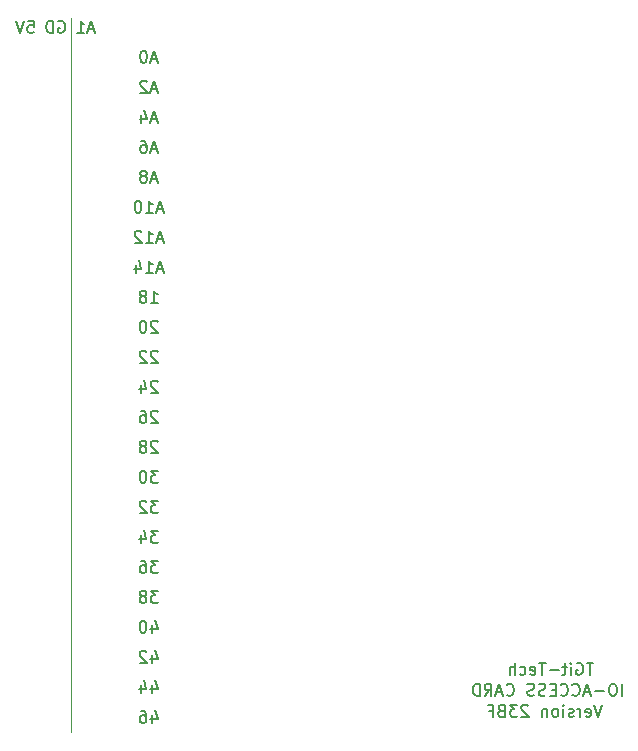
<source format=gbr>
%TF.GenerationSoftware,KiCad,Pcbnew,(5.1.7)-1*%
%TF.CreationDate,2023-11-14T09:03:03-07:00*%
%TF.ProjectId,SIOST,53494f53-542e-46b6-9963-61645f706362,rev?*%
%TF.SameCoordinates,PX6a95280PY5a1c5c0*%
%TF.FileFunction,Legend,Bot*%
%TF.FilePolarity,Positive*%
%FSLAX46Y46*%
G04 Gerber Fmt 4.6, Leading zero omitted, Abs format (unit mm)*
G04 Created by KiCad (PCBNEW (5.1.7)-1) date 2023-11-14 09:03:03*
%MOMM*%
%LPD*%
G01*
G04 APERTURE LIST*
%ADD10C,0.150000*%
%ADD11C,0.120000*%
G04 APERTURE END LIST*
D10*
X51362952Y3341620D02*
X51029619Y2341620D01*
X50696285Y3341620D01*
X49982000Y2389239D02*
X50077238Y2341620D01*
X50267714Y2341620D01*
X50362952Y2389239D01*
X50410571Y2484477D01*
X50410571Y2865429D01*
X50362952Y2960667D01*
X50267714Y3008286D01*
X50077238Y3008286D01*
X49982000Y2960667D01*
X49934380Y2865429D01*
X49934380Y2770191D01*
X50410571Y2674953D01*
X49505809Y2341620D02*
X49505809Y3008286D01*
X49505809Y2817810D02*
X49458190Y2913048D01*
X49410571Y2960667D01*
X49315333Y3008286D01*
X49220095Y3008286D01*
X48934380Y2389239D02*
X48839142Y2341620D01*
X48648666Y2341620D01*
X48553428Y2389239D01*
X48505809Y2484477D01*
X48505809Y2532096D01*
X48553428Y2627334D01*
X48648666Y2674953D01*
X48791523Y2674953D01*
X48886761Y2722572D01*
X48934380Y2817810D01*
X48934380Y2865429D01*
X48886761Y2960667D01*
X48791523Y3008286D01*
X48648666Y3008286D01*
X48553428Y2960667D01*
X48077238Y2341620D02*
X48077238Y3008286D01*
X48077238Y3341620D02*
X48124857Y3294000D01*
X48077238Y3246381D01*
X48029619Y3294000D01*
X48077238Y3341620D01*
X48077238Y3246381D01*
X47458190Y2341620D02*
X47553428Y2389239D01*
X47601047Y2436858D01*
X47648666Y2532096D01*
X47648666Y2817810D01*
X47601047Y2913048D01*
X47553428Y2960667D01*
X47458190Y3008286D01*
X47315333Y3008286D01*
X47220095Y2960667D01*
X47172476Y2913048D01*
X47124857Y2817810D01*
X47124857Y2532096D01*
X47172476Y2436858D01*
X47220095Y2389239D01*
X47315333Y2341620D01*
X47458190Y2341620D01*
X46696285Y3008286D02*
X46696285Y2341620D01*
X46696285Y2913048D02*
X46648666Y2960667D01*
X46553428Y3008286D01*
X46410571Y3008286D01*
X46315333Y2960667D01*
X46267714Y2865429D01*
X46267714Y2341620D01*
X45077238Y3246381D02*
X45029619Y3294000D01*
X44934380Y3341620D01*
X44696285Y3341620D01*
X44601047Y3294000D01*
X44553428Y3246381D01*
X44505809Y3151143D01*
X44505809Y3055905D01*
X44553428Y2913048D01*
X45124857Y2341620D01*
X44505809Y2341620D01*
X44172476Y3341620D02*
X43553428Y3341620D01*
X43886761Y2960667D01*
X43743904Y2960667D01*
X43648666Y2913048D01*
X43601047Y2865429D01*
X43553428Y2770191D01*
X43553428Y2532096D01*
X43601047Y2436858D01*
X43648666Y2389239D01*
X43743904Y2341620D01*
X44029619Y2341620D01*
X44124857Y2389239D01*
X44172476Y2436858D01*
X42791523Y2865429D02*
X42648666Y2817810D01*
X42601047Y2770191D01*
X42553428Y2674953D01*
X42553428Y2532096D01*
X42601047Y2436858D01*
X42648666Y2389239D01*
X42743904Y2341620D01*
X43124857Y2341620D01*
X43124857Y3341620D01*
X42791523Y3341620D01*
X42696285Y3294000D01*
X42648666Y3246381D01*
X42601047Y3151143D01*
X42601047Y3055905D01*
X42648666Y2960667D01*
X42696285Y2913048D01*
X42791523Y2865429D01*
X43124857Y2865429D01*
X41791523Y2865429D02*
X42124857Y2865429D01*
X42124857Y2341620D02*
X42124857Y3341620D01*
X41648666Y3341620D01*
X50609047Y6897620D02*
X50037619Y6897620D01*
X50323333Y5897620D02*
X50323333Y6897620D01*
X49180476Y6850000D02*
X49275714Y6897620D01*
X49418571Y6897620D01*
X49561428Y6850000D01*
X49656666Y6754762D01*
X49704285Y6659524D01*
X49751904Y6469048D01*
X49751904Y6326191D01*
X49704285Y6135715D01*
X49656666Y6040477D01*
X49561428Y5945239D01*
X49418571Y5897620D01*
X49323333Y5897620D01*
X49180476Y5945239D01*
X49132857Y5992858D01*
X49132857Y6326191D01*
X49323333Y6326191D01*
X48704285Y5897620D02*
X48704285Y6564286D01*
X48704285Y6897620D02*
X48751904Y6850000D01*
X48704285Y6802381D01*
X48656666Y6850000D01*
X48704285Y6897620D01*
X48704285Y6802381D01*
X48370952Y6564286D02*
X47990000Y6564286D01*
X48228095Y6897620D02*
X48228095Y6040477D01*
X48180476Y5945239D01*
X48085238Y5897620D01*
X47990000Y5897620D01*
X47656666Y6278572D02*
X46894761Y6278572D01*
X46561428Y6897620D02*
X45990000Y6897620D01*
X46275714Y5897620D02*
X46275714Y6897620D01*
X45275714Y5945239D02*
X45370952Y5897620D01*
X45561428Y5897620D01*
X45656666Y5945239D01*
X45704285Y6040477D01*
X45704285Y6421429D01*
X45656666Y6516667D01*
X45561428Y6564286D01*
X45370952Y6564286D01*
X45275714Y6516667D01*
X45228095Y6421429D01*
X45228095Y6326191D01*
X45704285Y6230953D01*
X44370952Y5945239D02*
X44466190Y5897620D01*
X44656666Y5897620D01*
X44751904Y5945239D01*
X44799523Y5992858D01*
X44847142Y6088096D01*
X44847142Y6373810D01*
X44799523Y6469048D01*
X44751904Y6516667D01*
X44656666Y6564286D01*
X44466190Y6564286D01*
X44370952Y6516667D01*
X43942380Y5897620D02*
X43942380Y6897620D01*
X43513809Y5897620D02*
X43513809Y6421429D01*
X43561428Y6516667D01*
X43656666Y6564286D01*
X43799523Y6564286D01*
X43894761Y6516667D01*
X43942380Y6469048D01*
X53021714Y4119620D02*
X53021714Y5119620D01*
X52355047Y5119620D02*
X52164571Y5119620D01*
X52069333Y5072000D01*
X51974095Y4976762D01*
X51926476Y4786286D01*
X51926476Y4452953D01*
X51974095Y4262477D01*
X52069333Y4167239D01*
X52164571Y4119620D01*
X52355047Y4119620D01*
X52450285Y4167239D01*
X52545523Y4262477D01*
X52593142Y4452953D01*
X52593142Y4786286D01*
X52545523Y4976762D01*
X52450285Y5072000D01*
X52355047Y5119620D01*
X51497904Y4500572D02*
X50736000Y4500572D01*
X50307428Y4405334D02*
X49831238Y4405334D01*
X50402666Y4119620D02*
X50069333Y5119620D01*
X49736000Y4119620D01*
X48831238Y4214858D02*
X48878857Y4167239D01*
X49021714Y4119620D01*
X49116952Y4119620D01*
X49259809Y4167239D01*
X49355047Y4262477D01*
X49402666Y4357715D01*
X49450285Y4548191D01*
X49450285Y4691048D01*
X49402666Y4881524D01*
X49355047Y4976762D01*
X49259809Y5072000D01*
X49116952Y5119620D01*
X49021714Y5119620D01*
X48878857Y5072000D01*
X48831238Y5024381D01*
X47831238Y4214858D02*
X47878857Y4167239D01*
X48021714Y4119620D01*
X48116952Y4119620D01*
X48259809Y4167239D01*
X48355047Y4262477D01*
X48402666Y4357715D01*
X48450285Y4548191D01*
X48450285Y4691048D01*
X48402666Y4881524D01*
X48355047Y4976762D01*
X48259809Y5072000D01*
X48116952Y5119620D01*
X48021714Y5119620D01*
X47878857Y5072000D01*
X47831238Y5024381D01*
X47402666Y4643429D02*
X47069333Y4643429D01*
X46926476Y4119620D02*
X47402666Y4119620D01*
X47402666Y5119620D01*
X46926476Y5119620D01*
X46545523Y4167239D02*
X46402666Y4119620D01*
X46164571Y4119620D01*
X46069333Y4167239D01*
X46021714Y4214858D01*
X45974095Y4310096D01*
X45974095Y4405334D01*
X46021714Y4500572D01*
X46069333Y4548191D01*
X46164571Y4595810D01*
X46355047Y4643429D01*
X46450285Y4691048D01*
X46497904Y4738667D01*
X46545523Y4833905D01*
X46545523Y4929143D01*
X46497904Y5024381D01*
X46450285Y5072000D01*
X46355047Y5119620D01*
X46116952Y5119620D01*
X45974095Y5072000D01*
X45593142Y4167239D02*
X45450285Y4119620D01*
X45212190Y4119620D01*
X45116952Y4167239D01*
X45069333Y4214858D01*
X45021714Y4310096D01*
X45021714Y4405334D01*
X45069333Y4500572D01*
X45116952Y4548191D01*
X45212190Y4595810D01*
X45402666Y4643429D01*
X45497904Y4691048D01*
X45545523Y4738667D01*
X45593142Y4833905D01*
X45593142Y4929143D01*
X45545523Y5024381D01*
X45497904Y5072000D01*
X45402666Y5119620D01*
X45164571Y5119620D01*
X45021714Y5072000D01*
X43259809Y4214858D02*
X43307428Y4167239D01*
X43450285Y4119620D01*
X43545523Y4119620D01*
X43688380Y4167239D01*
X43783619Y4262477D01*
X43831238Y4357715D01*
X43878857Y4548191D01*
X43878857Y4691048D01*
X43831238Y4881524D01*
X43783619Y4976762D01*
X43688380Y5072000D01*
X43545523Y5119620D01*
X43450285Y5119620D01*
X43307428Y5072000D01*
X43259809Y5024381D01*
X42878857Y4405334D02*
X42402666Y4405334D01*
X42974095Y4119620D02*
X42640761Y5119620D01*
X42307428Y4119620D01*
X41402666Y4119620D02*
X41736000Y4595810D01*
X41974095Y4119620D02*
X41974095Y5119620D01*
X41593142Y5119620D01*
X41497904Y5072000D01*
X41450285Y5024381D01*
X41402666Y4929143D01*
X41402666Y4786286D01*
X41450285Y4691048D01*
X41497904Y4643429D01*
X41593142Y4595810D01*
X41974095Y4595810D01*
X40974095Y4119620D02*
X40974095Y5119620D01*
X40736000Y5119620D01*
X40593142Y5072000D01*
X40497904Y4976762D01*
X40450285Y4881524D01*
X40402666Y4691048D01*
X40402666Y4548191D01*
X40450285Y4357715D01*
X40497904Y4262477D01*
X40593142Y4167239D01*
X40736000Y4119620D01*
X40974095Y4119620D01*
D11*
X6350000Y61468000D02*
X6350000Y1016000D01*
D10*
X13239714Y2500286D02*
X13239714Y1833620D01*
X13477809Y2881239D02*
X13715904Y2166953D01*
X13096857Y2166953D01*
X12287333Y2833620D02*
X12477809Y2833620D01*
X12573047Y2786000D01*
X12620666Y2738381D01*
X12715904Y2595524D01*
X12763523Y2405048D01*
X12763523Y2024096D01*
X12715904Y1928858D01*
X12668285Y1881239D01*
X12573047Y1833620D01*
X12382571Y1833620D01*
X12287333Y1881239D01*
X12239714Y1928858D01*
X12192095Y2024096D01*
X12192095Y2262191D01*
X12239714Y2357429D01*
X12287333Y2405048D01*
X12382571Y2452667D01*
X12573047Y2452667D01*
X12668285Y2405048D01*
X12715904Y2357429D01*
X12763523Y2262191D01*
X13239714Y5040286D02*
X13239714Y4373620D01*
X13477809Y5421239D02*
X13715904Y4706953D01*
X13096857Y4706953D01*
X12287333Y5040286D02*
X12287333Y4373620D01*
X12525428Y5421239D02*
X12763523Y4706953D01*
X12144476Y4706953D01*
X13239714Y7580286D02*
X13239714Y6913620D01*
X13477809Y7961239D02*
X13715904Y7246953D01*
X13096857Y7246953D01*
X12763523Y7818381D02*
X12715904Y7866000D01*
X12620666Y7913620D01*
X12382571Y7913620D01*
X12287333Y7866000D01*
X12239714Y7818381D01*
X12192095Y7723143D01*
X12192095Y7627905D01*
X12239714Y7485048D01*
X12811142Y6913620D01*
X12192095Y6913620D01*
X13239714Y10120286D02*
X13239714Y9453620D01*
X13477809Y10501239D02*
X13715904Y9786953D01*
X13096857Y9786953D01*
X12525428Y10453620D02*
X12430190Y10453620D01*
X12334952Y10406000D01*
X12287333Y10358381D01*
X12239714Y10263143D01*
X12192095Y10072667D01*
X12192095Y9834572D01*
X12239714Y9644096D01*
X12287333Y9548858D01*
X12334952Y9501239D01*
X12430190Y9453620D01*
X12525428Y9453620D01*
X12620666Y9501239D01*
X12668285Y9548858D01*
X12715904Y9644096D01*
X12763523Y9834572D01*
X12763523Y10072667D01*
X12715904Y10263143D01*
X12668285Y10358381D01*
X12620666Y10406000D01*
X12525428Y10453620D01*
X13763523Y12993620D02*
X13144476Y12993620D01*
X13477809Y12612667D01*
X13334952Y12612667D01*
X13239714Y12565048D01*
X13192095Y12517429D01*
X13144476Y12422191D01*
X13144476Y12184096D01*
X13192095Y12088858D01*
X13239714Y12041239D01*
X13334952Y11993620D01*
X13620666Y11993620D01*
X13715904Y12041239D01*
X13763523Y12088858D01*
X12573047Y12565048D02*
X12668285Y12612667D01*
X12715904Y12660286D01*
X12763523Y12755524D01*
X12763523Y12803143D01*
X12715904Y12898381D01*
X12668285Y12946000D01*
X12573047Y12993620D01*
X12382571Y12993620D01*
X12287333Y12946000D01*
X12239714Y12898381D01*
X12192095Y12803143D01*
X12192095Y12755524D01*
X12239714Y12660286D01*
X12287333Y12612667D01*
X12382571Y12565048D01*
X12573047Y12565048D01*
X12668285Y12517429D01*
X12715904Y12469810D01*
X12763523Y12374572D01*
X12763523Y12184096D01*
X12715904Y12088858D01*
X12668285Y12041239D01*
X12573047Y11993620D01*
X12382571Y11993620D01*
X12287333Y12041239D01*
X12239714Y12088858D01*
X12192095Y12184096D01*
X12192095Y12374572D01*
X12239714Y12469810D01*
X12287333Y12517429D01*
X12382571Y12565048D01*
X13763523Y15533620D02*
X13144476Y15533620D01*
X13477809Y15152667D01*
X13334952Y15152667D01*
X13239714Y15105048D01*
X13192095Y15057429D01*
X13144476Y14962191D01*
X13144476Y14724096D01*
X13192095Y14628858D01*
X13239714Y14581239D01*
X13334952Y14533620D01*
X13620666Y14533620D01*
X13715904Y14581239D01*
X13763523Y14628858D01*
X12287333Y15533620D02*
X12477809Y15533620D01*
X12573047Y15486000D01*
X12620666Y15438381D01*
X12715904Y15295524D01*
X12763523Y15105048D01*
X12763523Y14724096D01*
X12715904Y14628858D01*
X12668285Y14581239D01*
X12573047Y14533620D01*
X12382571Y14533620D01*
X12287333Y14581239D01*
X12239714Y14628858D01*
X12192095Y14724096D01*
X12192095Y14962191D01*
X12239714Y15057429D01*
X12287333Y15105048D01*
X12382571Y15152667D01*
X12573047Y15152667D01*
X12668285Y15105048D01*
X12715904Y15057429D01*
X12763523Y14962191D01*
X13763523Y18073620D02*
X13144476Y18073620D01*
X13477809Y17692667D01*
X13334952Y17692667D01*
X13239714Y17645048D01*
X13192095Y17597429D01*
X13144476Y17502191D01*
X13144476Y17264096D01*
X13192095Y17168858D01*
X13239714Y17121239D01*
X13334952Y17073620D01*
X13620666Y17073620D01*
X13715904Y17121239D01*
X13763523Y17168858D01*
X12287333Y17740286D02*
X12287333Y17073620D01*
X12525428Y18121239D02*
X12763523Y17406953D01*
X12144476Y17406953D01*
X13763523Y20613620D02*
X13144476Y20613620D01*
X13477809Y20232667D01*
X13334952Y20232667D01*
X13239714Y20185048D01*
X13192095Y20137429D01*
X13144476Y20042191D01*
X13144476Y19804096D01*
X13192095Y19708858D01*
X13239714Y19661239D01*
X13334952Y19613620D01*
X13620666Y19613620D01*
X13715904Y19661239D01*
X13763523Y19708858D01*
X12763523Y20518381D02*
X12715904Y20566000D01*
X12620666Y20613620D01*
X12382571Y20613620D01*
X12287333Y20566000D01*
X12239714Y20518381D01*
X12192095Y20423143D01*
X12192095Y20327905D01*
X12239714Y20185048D01*
X12811142Y19613620D01*
X12192095Y19613620D01*
X13763523Y23153620D02*
X13144476Y23153620D01*
X13477809Y22772667D01*
X13334952Y22772667D01*
X13239714Y22725048D01*
X13192095Y22677429D01*
X13144476Y22582191D01*
X13144476Y22344096D01*
X13192095Y22248858D01*
X13239714Y22201239D01*
X13334952Y22153620D01*
X13620666Y22153620D01*
X13715904Y22201239D01*
X13763523Y22248858D01*
X12525428Y23153620D02*
X12430190Y23153620D01*
X12334952Y23106000D01*
X12287333Y23058381D01*
X12239714Y22963143D01*
X12192095Y22772667D01*
X12192095Y22534572D01*
X12239714Y22344096D01*
X12287333Y22248858D01*
X12334952Y22201239D01*
X12430190Y22153620D01*
X12525428Y22153620D01*
X12620666Y22201239D01*
X12668285Y22248858D01*
X12715904Y22344096D01*
X12763523Y22534572D01*
X12763523Y22772667D01*
X12715904Y22963143D01*
X12668285Y23058381D01*
X12620666Y23106000D01*
X12525428Y23153620D01*
X13715904Y25598381D02*
X13668285Y25646000D01*
X13573047Y25693620D01*
X13334952Y25693620D01*
X13239714Y25646000D01*
X13192095Y25598381D01*
X13144476Y25503143D01*
X13144476Y25407905D01*
X13192095Y25265048D01*
X13763523Y24693620D01*
X13144476Y24693620D01*
X12573047Y25265048D02*
X12668285Y25312667D01*
X12715904Y25360286D01*
X12763523Y25455524D01*
X12763523Y25503143D01*
X12715904Y25598381D01*
X12668285Y25646000D01*
X12573047Y25693620D01*
X12382571Y25693620D01*
X12287333Y25646000D01*
X12239714Y25598381D01*
X12192095Y25503143D01*
X12192095Y25455524D01*
X12239714Y25360286D01*
X12287333Y25312667D01*
X12382571Y25265048D01*
X12573047Y25265048D01*
X12668285Y25217429D01*
X12715904Y25169810D01*
X12763523Y25074572D01*
X12763523Y24884096D01*
X12715904Y24788858D01*
X12668285Y24741239D01*
X12573047Y24693620D01*
X12382571Y24693620D01*
X12287333Y24741239D01*
X12239714Y24788858D01*
X12192095Y24884096D01*
X12192095Y25074572D01*
X12239714Y25169810D01*
X12287333Y25217429D01*
X12382571Y25265048D01*
X13715904Y28138381D02*
X13668285Y28186000D01*
X13573047Y28233620D01*
X13334952Y28233620D01*
X13239714Y28186000D01*
X13192095Y28138381D01*
X13144476Y28043143D01*
X13144476Y27947905D01*
X13192095Y27805048D01*
X13763523Y27233620D01*
X13144476Y27233620D01*
X12287333Y28233620D02*
X12477809Y28233620D01*
X12573047Y28186000D01*
X12620666Y28138381D01*
X12715904Y27995524D01*
X12763523Y27805048D01*
X12763523Y27424096D01*
X12715904Y27328858D01*
X12668285Y27281239D01*
X12573047Y27233620D01*
X12382571Y27233620D01*
X12287333Y27281239D01*
X12239714Y27328858D01*
X12192095Y27424096D01*
X12192095Y27662191D01*
X12239714Y27757429D01*
X12287333Y27805048D01*
X12382571Y27852667D01*
X12573047Y27852667D01*
X12668285Y27805048D01*
X12715904Y27757429D01*
X12763523Y27662191D01*
X13715904Y30678381D02*
X13668285Y30726000D01*
X13573047Y30773620D01*
X13334952Y30773620D01*
X13239714Y30726000D01*
X13192095Y30678381D01*
X13144476Y30583143D01*
X13144476Y30487905D01*
X13192095Y30345048D01*
X13763523Y29773620D01*
X13144476Y29773620D01*
X12287333Y30440286D02*
X12287333Y29773620D01*
X12525428Y30821239D02*
X12763523Y30106953D01*
X12144476Y30106953D01*
X13715904Y33218381D02*
X13668285Y33266000D01*
X13573047Y33313620D01*
X13334952Y33313620D01*
X13239714Y33266000D01*
X13192095Y33218381D01*
X13144476Y33123143D01*
X13144476Y33027905D01*
X13192095Y32885048D01*
X13763523Y32313620D01*
X13144476Y32313620D01*
X12763523Y33218381D02*
X12715904Y33266000D01*
X12620666Y33313620D01*
X12382571Y33313620D01*
X12287333Y33266000D01*
X12239714Y33218381D01*
X12192095Y33123143D01*
X12192095Y33027905D01*
X12239714Y32885048D01*
X12811142Y32313620D01*
X12192095Y32313620D01*
X13715904Y35758381D02*
X13668285Y35806000D01*
X13573047Y35853620D01*
X13334952Y35853620D01*
X13239714Y35806000D01*
X13192095Y35758381D01*
X13144476Y35663143D01*
X13144476Y35567905D01*
X13192095Y35425048D01*
X13763523Y34853620D01*
X13144476Y34853620D01*
X12525428Y35853620D02*
X12430190Y35853620D01*
X12334952Y35806000D01*
X12287333Y35758381D01*
X12239714Y35663143D01*
X12192095Y35472667D01*
X12192095Y35234572D01*
X12239714Y35044096D01*
X12287333Y34948858D01*
X12334952Y34901239D01*
X12430190Y34853620D01*
X12525428Y34853620D01*
X12620666Y34901239D01*
X12668285Y34948858D01*
X12715904Y35044096D01*
X12763523Y35234572D01*
X12763523Y35472667D01*
X12715904Y35663143D01*
X12668285Y35758381D01*
X12620666Y35806000D01*
X12525428Y35853620D01*
X13144476Y37393620D02*
X13715904Y37393620D01*
X13430190Y37393620D02*
X13430190Y38393620D01*
X13525428Y38250762D01*
X13620666Y38155524D01*
X13715904Y38107905D01*
X12573047Y37965048D02*
X12668285Y38012667D01*
X12715904Y38060286D01*
X12763523Y38155524D01*
X12763523Y38203143D01*
X12715904Y38298381D01*
X12668285Y38346000D01*
X12573047Y38393620D01*
X12382571Y38393620D01*
X12287333Y38346000D01*
X12239714Y38298381D01*
X12192095Y38203143D01*
X12192095Y38155524D01*
X12239714Y38060286D01*
X12287333Y38012667D01*
X12382571Y37965048D01*
X12573047Y37965048D01*
X12668285Y37917429D01*
X12715904Y37869810D01*
X12763523Y37774572D01*
X12763523Y37584096D01*
X12715904Y37488858D01*
X12668285Y37441239D01*
X12573047Y37393620D01*
X12382571Y37393620D01*
X12287333Y37441239D01*
X12239714Y37488858D01*
X12192095Y37584096D01*
X12192095Y37774572D01*
X12239714Y37869810D01*
X12287333Y37917429D01*
X12382571Y37965048D01*
X14144476Y40219334D02*
X13668285Y40219334D01*
X14239714Y39933620D02*
X13906380Y40933620D01*
X13573047Y39933620D01*
X12715904Y39933620D02*
X13287333Y39933620D01*
X13001619Y39933620D02*
X13001619Y40933620D01*
X13096857Y40790762D01*
X13192095Y40695524D01*
X13287333Y40647905D01*
X11858761Y40600286D02*
X11858761Y39933620D01*
X12096857Y40981239D02*
X12334952Y40266953D01*
X11715904Y40266953D01*
X14144476Y42759334D02*
X13668285Y42759334D01*
X14239714Y42473620D02*
X13906380Y43473620D01*
X13573047Y42473620D01*
X12715904Y42473620D02*
X13287333Y42473620D01*
X13001619Y42473620D02*
X13001619Y43473620D01*
X13096857Y43330762D01*
X13192095Y43235524D01*
X13287333Y43187905D01*
X12334952Y43378381D02*
X12287333Y43426000D01*
X12192095Y43473620D01*
X11954000Y43473620D01*
X11858761Y43426000D01*
X11811142Y43378381D01*
X11763523Y43283143D01*
X11763523Y43187905D01*
X11811142Y43045048D01*
X12382571Y42473620D01*
X11763523Y42473620D01*
X14144476Y45299334D02*
X13668285Y45299334D01*
X14239714Y45013620D02*
X13906380Y46013620D01*
X13573047Y45013620D01*
X12715904Y45013620D02*
X13287333Y45013620D01*
X13001619Y45013620D02*
X13001619Y46013620D01*
X13096857Y45870762D01*
X13192095Y45775524D01*
X13287333Y45727905D01*
X12096857Y46013620D02*
X12001619Y46013620D01*
X11906380Y45966000D01*
X11858761Y45918381D01*
X11811142Y45823143D01*
X11763523Y45632667D01*
X11763523Y45394572D01*
X11811142Y45204096D01*
X11858761Y45108858D01*
X11906380Y45061239D01*
X12001619Y45013620D01*
X12096857Y45013620D01*
X12192095Y45061239D01*
X12239714Y45108858D01*
X12287333Y45204096D01*
X12334952Y45394572D01*
X12334952Y45632667D01*
X12287333Y45823143D01*
X12239714Y45918381D01*
X12192095Y45966000D01*
X12096857Y46013620D01*
X13668285Y47839334D02*
X13192095Y47839334D01*
X13763523Y47553620D02*
X13430190Y48553620D01*
X13096857Y47553620D01*
X12620666Y48125048D02*
X12715904Y48172667D01*
X12763523Y48220286D01*
X12811142Y48315524D01*
X12811142Y48363143D01*
X12763523Y48458381D01*
X12715904Y48506000D01*
X12620666Y48553620D01*
X12430190Y48553620D01*
X12334952Y48506000D01*
X12287333Y48458381D01*
X12239714Y48363143D01*
X12239714Y48315524D01*
X12287333Y48220286D01*
X12334952Y48172667D01*
X12430190Y48125048D01*
X12620666Y48125048D01*
X12715904Y48077429D01*
X12763523Y48029810D01*
X12811142Y47934572D01*
X12811142Y47744096D01*
X12763523Y47648858D01*
X12715904Y47601239D01*
X12620666Y47553620D01*
X12430190Y47553620D01*
X12334952Y47601239D01*
X12287333Y47648858D01*
X12239714Y47744096D01*
X12239714Y47934572D01*
X12287333Y48029810D01*
X12334952Y48077429D01*
X12430190Y48125048D01*
X13668285Y50379334D02*
X13192095Y50379334D01*
X13763523Y50093620D02*
X13430190Y51093620D01*
X13096857Y50093620D01*
X12334952Y51093620D02*
X12525428Y51093620D01*
X12620666Y51046000D01*
X12668285Y50998381D01*
X12763523Y50855524D01*
X12811142Y50665048D01*
X12811142Y50284096D01*
X12763523Y50188858D01*
X12715904Y50141239D01*
X12620666Y50093620D01*
X12430190Y50093620D01*
X12334952Y50141239D01*
X12287333Y50188858D01*
X12239714Y50284096D01*
X12239714Y50522191D01*
X12287333Y50617429D01*
X12334952Y50665048D01*
X12430190Y50712667D01*
X12620666Y50712667D01*
X12715904Y50665048D01*
X12763523Y50617429D01*
X12811142Y50522191D01*
X13668285Y52919334D02*
X13192095Y52919334D01*
X13763523Y52633620D02*
X13430190Y53633620D01*
X13096857Y52633620D01*
X12334952Y53300286D02*
X12334952Y52633620D01*
X12573047Y53681239D02*
X12811142Y52966953D01*
X12192095Y52966953D01*
X13668285Y55459334D02*
X13192095Y55459334D01*
X13763523Y55173620D02*
X13430190Y56173620D01*
X13096857Y55173620D01*
X12811142Y56078381D02*
X12763523Y56126000D01*
X12668285Y56173620D01*
X12430190Y56173620D01*
X12334952Y56126000D01*
X12287333Y56078381D01*
X12239714Y55983143D01*
X12239714Y55887905D01*
X12287333Y55745048D01*
X12858761Y55173620D01*
X12239714Y55173620D01*
X2730476Y61253620D02*
X3206666Y61253620D01*
X3254285Y60777429D01*
X3206666Y60825048D01*
X3111428Y60872667D01*
X2873333Y60872667D01*
X2778095Y60825048D01*
X2730476Y60777429D01*
X2682857Y60682191D01*
X2682857Y60444096D01*
X2730476Y60348858D01*
X2778095Y60301239D01*
X2873333Y60253620D01*
X3111428Y60253620D01*
X3206666Y60301239D01*
X3254285Y60348858D01*
X2397142Y61253620D02*
X2063809Y60253620D01*
X1730476Y61253620D01*
X5318095Y61206000D02*
X5413333Y61253620D01*
X5556190Y61253620D01*
X5699047Y61206000D01*
X5794285Y61110762D01*
X5841904Y61015524D01*
X5889523Y60825048D01*
X5889523Y60682191D01*
X5841904Y60491715D01*
X5794285Y60396477D01*
X5699047Y60301239D01*
X5556190Y60253620D01*
X5460952Y60253620D01*
X5318095Y60301239D01*
X5270476Y60348858D01*
X5270476Y60682191D01*
X5460952Y60682191D01*
X4841904Y60253620D02*
X4841904Y61253620D01*
X4603809Y61253620D01*
X4460952Y61206000D01*
X4365714Y61110762D01*
X4318095Y61015524D01*
X4270476Y60825048D01*
X4270476Y60682191D01*
X4318095Y60491715D01*
X4365714Y60396477D01*
X4460952Y60301239D01*
X4603809Y60253620D01*
X4841904Y60253620D01*
X8334285Y60539334D02*
X7858095Y60539334D01*
X8429523Y60253620D02*
X8096190Y61253620D01*
X7762857Y60253620D01*
X6905714Y60253620D02*
X7477142Y60253620D01*
X7191428Y60253620D02*
X7191428Y61253620D01*
X7286666Y61110762D01*
X7381904Y61015524D01*
X7477142Y60967905D01*
X13668285Y57999334D02*
X13192095Y57999334D01*
X13763523Y57713620D02*
X13430190Y58713620D01*
X13096857Y57713620D01*
X12573047Y58713620D02*
X12477809Y58713620D01*
X12382571Y58666000D01*
X12334952Y58618381D01*
X12287333Y58523143D01*
X12239714Y58332667D01*
X12239714Y58094572D01*
X12287333Y57904096D01*
X12334952Y57808858D01*
X12382571Y57761239D01*
X12477809Y57713620D01*
X12573047Y57713620D01*
X12668285Y57761239D01*
X12715904Y57808858D01*
X12763523Y57904096D01*
X12811142Y58094572D01*
X12811142Y58332667D01*
X12763523Y58523143D01*
X12715904Y58618381D01*
X12668285Y58666000D01*
X12573047Y58713620D01*
M02*

</source>
